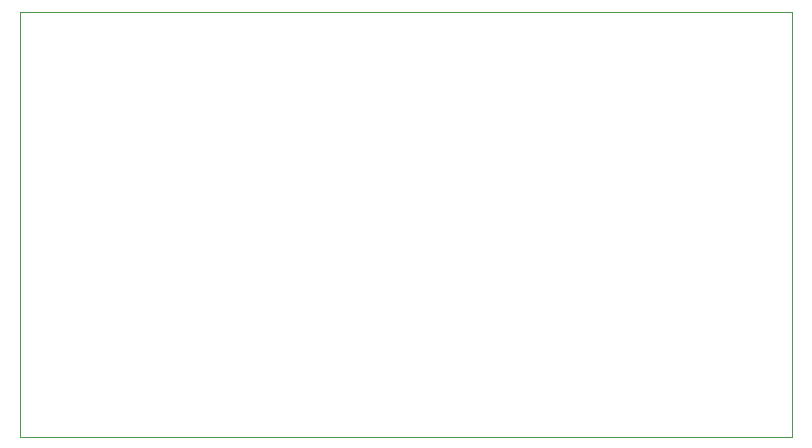
<source format=gbr>
%TF.GenerationSoftware,KiCad,Pcbnew,8.0.1*%
%TF.CreationDate,2024-03-27T10:15:15-03:00*%
%TF.ProjectId,CPU Stm32G431,43505520-5374-46d3-9332-473433312e6b,rev?*%
%TF.SameCoordinates,Original*%
%TF.FileFunction,Profile,NP*%
%FSLAX46Y46*%
G04 Gerber Fmt 4.6, Leading zero omitted, Abs format (unit mm)*
G04 Created by KiCad (PCBNEW 8.0.1) date 2024-03-27 10:15:15*
%MOMM*%
%LPD*%
G01*
G04 APERTURE LIST*
%TA.AperFunction,Profile*%
%ADD10C,0.100000*%
%TD*%
G04 APERTURE END LIST*
D10*
X182880000Y-86400000D02*
X182880000Y-122390000D01*
X117500000Y-86410000D02*
X182880000Y-86400000D01*
X182880000Y-122390000D02*
X117500000Y-122400000D01*
X117500000Y-122400000D02*
X117500000Y-86410000D01*
M02*

</source>
